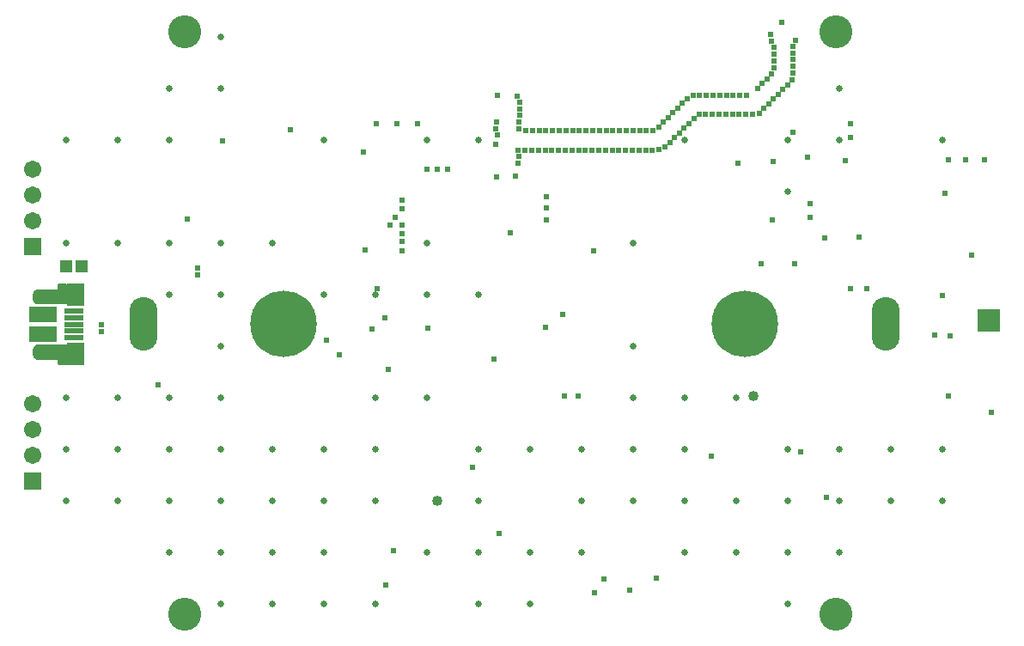
<source format=gbr>
%TF.GenerationSoftware,Altium Limited,Altium Designer,19.1.9 (167)*%
G04 Layer_Color=16711935*
%FSLAX26Y26*%
%MOIN*%
%TF.FileFunction,Soldermask,Bot*%
%TF.Part,Single*%
G01*
G75*
%TA.AperFunction,SMDPad,CuDef*%
%ADD77R,0.076898X0.023748*%
%ADD78R,0.106425X0.064102*%
%ADD79R,0.046000X0.045000*%
%TA.AperFunction,Conductor*%
%ADD80R,0.065480X0.086740*%
%TA.AperFunction,ComponentPad*%
%ADD81C,0.258000*%
%ADD82O,0.108000X0.208000*%
%ADD83R,0.088000X0.088000*%
%ADD84O,0.074929X0.055244*%
%ADD85O,0.063118X0.047370*%
%ADD86C,0.067055*%
%ADD87R,0.067055X0.067055*%
%TA.AperFunction,ViaPad*%
%ADD88C,0.128000*%
%ADD89C,0.026000*%
%ADD90C,0.024000*%
%ADD91C,0.040000*%
G36*
X198507Y1206281D02*
X199022Y1206179D01*
X199518Y1206011D01*
X199989Y1205779D01*
X200425Y1205487D01*
X200819Y1205142D01*
X201165Y1204747D01*
X201456Y1204311D01*
X201688Y1203841D01*
X201856Y1203345D01*
X201959Y1202830D01*
X201993Y1202307D01*
Y1130457D01*
X201959Y1129934D01*
X201856Y1129419D01*
X201688Y1128923D01*
X201456Y1128453D01*
X201165Y1128017D01*
X200819Y1127622D01*
X200425Y1127277D01*
X199989Y1126985D01*
X199518Y1126753D01*
X199022Y1126585D01*
X198507Y1126483D01*
X197984Y1126448D01*
X170425D01*
X169902Y1126483D01*
X169388Y1126585D01*
X168891Y1126753D01*
X168421Y1126985D01*
X167985Y1127277D01*
X167591Y1127622D01*
X167245Y1128017D01*
X166954Y1128453D01*
X166722Y1128923D01*
X166553Y1129419D01*
X166451Y1129934D01*
X166417Y1130457D01*
Y1147117D01*
X89716D01*
X89614Y1147124D01*
X89511Y1147123D01*
X87976Y1147201D01*
X87870Y1147214D01*
X87761Y1147218D01*
X86265Y1147376D01*
X86248Y1147379D01*
X86231Y1147379D01*
X85993Y1147422D01*
X85749Y1147465D01*
X85732Y1147470D01*
X85715Y1147473D01*
X85012Y1147648D01*
X84913Y1147680D01*
X84810Y1147704D01*
X84096Y1147922D01*
X84096Y1147922D01*
X82679Y1148355D01*
X82611Y1148381D01*
X82541Y1148400D01*
X82367Y1148474D01*
X82189Y1148541D01*
X82124Y1148576D01*
X82058Y1148604D01*
X80562Y1149352D01*
X80429Y1149429D01*
X80292Y1149500D01*
X78914Y1150326D01*
X78744Y1150444D01*
X78571Y1150557D01*
X77311Y1151502D01*
X77204Y1151594D01*
X77091Y1151679D01*
X75910Y1152703D01*
X75897Y1152716D01*
X75882Y1152727D01*
X75711Y1152900D01*
X75537Y1153072D01*
X75526Y1153086D01*
X75513Y1153100D01*
X74450Y1154320D01*
X74367Y1154428D01*
X74277Y1154532D01*
X73293Y1155831D01*
X73281Y1155849D01*
X73268Y1155864D01*
X73138Y1156066D01*
X73004Y1156269D01*
X72995Y1156288D01*
X72984Y1156305D01*
X72197Y1157723D01*
X72150Y1157821D01*
X72096Y1157916D01*
X71388Y1159372D01*
X71376Y1159400D01*
X71362Y1159426D01*
X71278Y1159641D01*
X71189Y1159858D01*
X71182Y1159887D01*
X71171Y1159915D01*
X70659Y1161529D01*
X70604Y1161751D01*
X70545Y1161978D01*
X70308Y1163199D01*
X70294Y1163312D01*
X70272Y1163424D01*
X70075Y1164880D01*
X70064Y1165041D01*
X70044Y1165201D01*
X69966Y1166658D01*
X69967Y1166766D01*
X69960Y1166874D01*
Y1186559D01*
X69966Y1186652D01*
X69964Y1186745D01*
X70043Y1188438D01*
X70067Y1188655D01*
X70087Y1188872D01*
X70343Y1190506D01*
X70389Y1190710D01*
X70429Y1190916D01*
X70842Y1192471D01*
X70911Y1192674D01*
X70975Y1192880D01*
X71566Y1194416D01*
X71668Y1194637D01*
X71767Y1194857D01*
X72436Y1196117D01*
X72476Y1196181D01*
X72510Y1196249D01*
X73218Y1197469D01*
X73352Y1197669D01*
X73484Y1197870D01*
X74449Y1199149D01*
X74460Y1199162D01*
X74469Y1199177D01*
X74631Y1199361D01*
X74791Y1199546D01*
X74804Y1199558D01*
X74815Y1199571D01*
X75858Y1200614D01*
X75914Y1200663D01*
X75965Y1200717D01*
X77068Y1201741D01*
X77078Y1201749D01*
X77088Y1201759D01*
X77283Y1201916D01*
X77474Y1202072D01*
X77486Y1202078D01*
X77497Y1202087D01*
X78678Y1202914D01*
X78763Y1202966D01*
X78843Y1203024D01*
X80221Y1203890D01*
X80242Y1203901D01*
X80262Y1203915D01*
X80472Y1204026D01*
X80682Y1204139D01*
X80705Y1204148D01*
X80726Y1204159D01*
X82144Y1204789D01*
X82256Y1204830D01*
X82364Y1204879D01*
X83624Y1205352D01*
X83763Y1205394D01*
X83900Y1205444D01*
X84570Y1205641D01*
X84678Y1205665D01*
X84783Y1205697D01*
X85452Y1205855D01*
X85519Y1205866D01*
X85584Y1205884D01*
X86372Y1206041D01*
X86389Y1206043D01*
X86407Y1206048D01*
X87234Y1206206D01*
X87258Y1206208D01*
X87281Y1206214D01*
X87517Y1206240D01*
X87754Y1206270D01*
X87778Y1206270D01*
X87802Y1206272D01*
X88668Y1206312D01*
X88760Y1206310D01*
X88850Y1206316D01*
X197984D01*
X198507Y1206281D01*
D02*
G37*
G36*
X198508Y1441517D02*
X199022Y1441415D01*
X199518Y1441247D01*
X199989Y1441015D01*
X200425Y1440723D01*
X200819Y1440378D01*
X201165Y1439983D01*
X201456Y1439547D01*
X201688Y1439077D01*
X201856Y1438581D01*
X201959Y1438066D01*
X201993Y1437543D01*
Y1365693D01*
X201959Y1365170D01*
X201856Y1364655D01*
X201688Y1364159D01*
X201456Y1363689D01*
X201165Y1363253D01*
X200819Y1362858D01*
X200425Y1362513D01*
X199989Y1362221D01*
X199518Y1361989D01*
X199022Y1361821D01*
X198508Y1361719D01*
X197984Y1361684D01*
X88850D01*
X88760Y1361690D01*
X88668Y1361688D01*
X87802Y1361728D01*
X87778Y1361730D01*
X87754Y1361730D01*
X87517Y1361760D01*
X87281Y1361786D01*
X87258Y1361792D01*
X87234Y1361794D01*
X86407Y1361952D01*
X86389Y1361957D01*
X86372Y1361959D01*
X85584Y1362116D01*
X85519Y1362134D01*
X85452Y1362145D01*
X84783Y1362303D01*
X84678Y1362335D01*
X84570Y1362359D01*
X83900Y1362556D01*
X83763Y1362606D01*
X83624Y1362648D01*
X82364Y1363121D01*
X82256Y1363170D01*
X82144Y1363211D01*
X80726Y1363841D01*
X80705Y1363852D01*
X80682Y1363861D01*
X80472Y1363974D01*
X80262Y1364085D01*
X80242Y1364099D01*
X80221Y1364110D01*
X78843Y1364976D01*
X78763Y1365034D01*
X78678Y1365086D01*
X77497Y1365913D01*
X77486Y1365922D01*
X77474Y1365928D01*
X77283Y1366084D01*
X77088Y1366241D01*
X77079Y1366251D01*
X77068Y1366259D01*
X75965Y1367283D01*
X75914Y1367337D01*
X75859Y1367386D01*
X74815Y1368429D01*
X74804Y1368442D01*
X74791Y1368454D01*
X74631Y1368639D01*
X74469Y1368823D01*
X74460Y1368838D01*
X74449Y1368851D01*
X73484Y1370130D01*
X73352Y1370331D01*
X73218Y1370531D01*
X72510Y1371751D01*
X72476Y1371819D01*
X72436Y1371883D01*
X71767Y1373143D01*
X71668Y1373363D01*
X71566Y1373584D01*
X70975Y1375120D01*
X70911Y1375326D01*
X70843Y1375529D01*
X70429Y1377084D01*
X70389Y1377290D01*
X70343Y1377494D01*
X70087Y1379128D01*
X70067Y1379345D01*
X70043Y1379562D01*
X69964Y1381255D01*
X69966Y1381348D01*
X69960Y1381441D01*
Y1401126D01*
X69967Y1401234D01*
X69966Y1401342D01*
X70044Y1402799D01*
X70064Y1402959D01*
X70075Y1403120D01*
X70272Y1404576D01*
X70294Y1404688D01*
X70309Y1404801D01*
X70545Y1406022D01*
X70605Y1406249D01*
X70659Y1406471D01*
X71171Y1408085D01*
X71182Y1408113D01*
X71189Y1408142D01*
X71278Y1408359D01*
X71362Y1408574D01*
X71376Y1408600D01*
X71388Y1408628D01*
X72096Y1410084D01*
X72150Y1410179D01*
X72197Y1410277D01*
X72984Y1411695D01*
X72995Y1411712D01*
X73004Y1411731D01*
X73138Y1411934D01*
X73268Y1412136D01*
X73282Y1412151D01*
X73293Y1412169D01*
X74277Y1413468D01*
X74367Y1413572D01*
X74450Y1413680D01*
X75513Y1414900D01*
X75526Y1414914D01*
X75537Y1414928D01*
X75711Y1415100D01*
X75882Y1415273D01*
X75897Y1415284D01*
X75910Y1415297D01*
X77091Y1416321D01*
X77204Y1416406D01*
X77311Y1416498D01*
X78571Y1417443D01*
X78744Y1417556D01*
X78914Y1417674D01*
X80292Y1418500D01*
X80429Y1418571D01*
X80562Y1418648D01*
X82058Y1419396D01*
X82124Y1419424D01*
X82189Y1419459D01*
X82367Y1419526D01*
X82541Y1419600D01*
X82611Y1419619D01*
X82679Y1419645D01*
X84096Y1420078D01*
X84096Y1420078D01*
X84810Y1420296D01*
X84913Y1420320D01*
X85012Y1420352D01*
X85715Y1420527D01*
X85732Y1420530D01*
X85749Y1420535D01*
X85993Y1420578D01*
X86231Y1420621D01*
X86248Y1420621D01*
X86265Y1420624D01*
X87761Y1420782D01*
X87870Y1420786D01*
X87976Y1420799D01*
X89511Y1420877D01*
X89614Y1420876D01*
X89717Y1420883D01*
X166417D01*
Y1437543D01*
X166451Y1438066D01*
X166553Y1438581D01*
X166722Y1439077D01*
X166954Y1439547D01*
X167245Y1439983D01*
X167591Y1440378D01*
X167985Y1440723D01*
X168421Y1441015D01*
X168891Y1441247D01*
X169388Y1441415D01*
X169902Y1441517D01*
X170425Y1441552D01*
X197984D01*
X198508Y1441517D01*
D02*
G37*
D77*
X228496Y1284000D02*
D03*
Y1258409D02*
D03*
Y1232819D02*
D03*
Y1309591D02*
D03*
Y1335181D02*
D03*
D78*
X107433Y1246106D02*
D03*
Y1321894D02*
D03*
D79*
X259000Y1510000D02*
D03*
X200000D02*
D03*
D80*
X236566Y1398173D02*
D03*
X236565Y1169828D02*
D03*
D81*
X2831685Y1286000D02*
D03*
X1042315D02*
D03*
D82*
X497039D02*
D03*
X3376961D02*
D03*
D83*
X3778000Y1298000D02*
D03*
D84*
X117276Y1391284D02*
D03*
Y1176716D02*
D03*
D85*
X236567Y1379472D02*
D03*
Y1188528D02*
D03*
D86*
X70000Y976000D02*
D03*
Y776000D02*
D03*
Y876000D02*
D03*
Y1787000D02*
D03*
Y1687000D02*
D03*
Y1887000D02*
D03*
D87*
Y676000D02*
D03*
Y1587000D02*
D03*
D88*
X659000Y2419000D02*
D03*
X3186000Y160000D02*
D03*
X659000D02*
D03*
X3186000Y2419000D02*
D03*
D89*
X3600000Y2000000D02*
D03*
Y800000D02*
D03*
Y600000D02*
D03*
X3400000Y800000D02*
D03*
Y600000D02*
D03*
X3200000Y2200000D02*
D03*
Y2000000D02*
D03*
Y800000D02*
D03*
Y600000D02*
D03*
Y400000D02*
D03*
X3000000Y2000000D02*
D03*
Y1800000D02*
D03*
Y800000D02*
D03*
Y600000D02*
D03*
Y400000D02*
D03*
Y200000D02*
D03*
X2800000Y1000000D02*
D03*
Y600000D02*
D03*
Y400000D02*
D03*
X2600000Y2000000D02*
D03*
Y1000000D02*
D03*
Y800000D02*
D03*
Y600000D02*
D03*
Y400000D02*
D03*
X2400000Y1600000D02*
D03*
Y1200000D02*
D03*
Y1000000D02*
D03*
Y800000D02*
D03*
Y600000D02*
D03*
X2200000Y800000D02*
D03*
Y600000D02*
D03*
Y400000D02*
D03*
X2000000Y800000D02*
D03*
Y400000D02*
D03*
Y200000D02*
D03*
X1800000Y2000000D02*
D03*
Y1400000D02*
D03*
Y800000D02*
D03*
Y600000D02*
D03*
Y400000D02*
D03*
Y200000D02*
D03*
X1600000Y2000000D02*
D03*
Y1600000D02*
D03*
Y1400000D02*
D03*
Y1000000D02*
D03*
Y400000D02*
D03*
X1400000Y1400000D02*
D03*
Y1000000D02*
D03*
Y800000D02*
D03*
Y600000D02*
D03*
Y200000D02*
D03*
X1200000Y2000000D02*
D03*
Y1400000D02*
D03*
Y800000D02*
D03*
Y600000D02*
D03*
Y400000D02*
D03*
Y200000D02*
D03*
X1000000Y1600000D02*
D03*
Y800000D02*
D03*
Y600000D02*
D03*
Y400000D02*
D03*
Y200000D02*
D03*
X800000Y2400000D02*
D03*
Y2200000D02*
D03*
Y1600000D02*
D03*
Y1400000D02*
D03*
Y1200000D02*
D03*
Y1000000D02*
D03*
Y800000D02*
D03*
Y600000D02*
D03*
Y400000D02*
D03*
Y200000D02*
D03*
X600000Y2200000D02*
D03*
Y2000000D02*
D03*
Y1600000D02*
D03*
Y1400000D02*
D03*
Y1000000D02*
D03*
Y800000D02*
D03*
Y600000D02*
D03*
Y400000D02*
D03*
X400000Y2000000D02*
D03*
Y1600000D02*
D03*
Y1000000D02*
D03*
Y800000D02*
D03*
Y600000D02*
D03*
X200000Y2000000D02*
D03*
Y1600000D02*
D03*
Y1000000D02*
D03*
Y800000D02*
D03*
Y600000D02*
D03*
D90*
X2975650Y2457872D02*
D03*
X2933073Y2408717D02*
D03*
X2933806Y2382727D02*
D03*
X2944092Y2358849D02*
D03*
Y2332849D02*
D03*
Y2306849D02*
D03*
Y2280849D02*
D03*
X2935958Y2256154D02*
D03*
X2917573Y2237769D02*
D03*
X2899188Y2219384D02*
D03*
X2880803Y2200999D02*
D03*
X2838725Y2171908D02*
D03*
X2812725D02*
D03*
X2786725D02*
D03*
X2760725D02*
D03*
X2734725D02*
D03*
X2708725D02*
D03*
X2682725D02*
D03*
X2656725D02*
D03*
X2630729Y2171482D02*
D03*
X2607355Y2160095D02*
D03*
X2588970Y2141710D02*
D03*
X2570586Y2123326D02*
D03*
X2552201Y2104941D02*
D03*
X2533816Y2086556D02*
D03*
X2515431Y2068171D02*
D03*
X2497046Y2049787D02*
D03*
X2475606Y2035080D02*
D03*
X2449606D02*
D03*
X2423606D02*
D03*
X2397606D02*
D03*
X2371606D02*
D03*
X2345606D02*
D03*
X2319606D02*
D03*
X2293606D02*
D03*
X2267606D02*
D03*
X2241606D02*
D03*
X2215606D02*
D03*
X2189606D02*
D03*
X2163606D02*
D03*
X2137606D02*
D03*
X2111606D02*
D03*
X2085606D02*
D03*
X2059606D02*
D03*
X2033606D02*
D03*
X2007606D02*
D03*
X1981606D02*
D03*
X1866325Y1984088D02*
D03*
X1869242Y1856420D02*
D03*
X1943058Y1859276D02*
D03*
X1953054Y1909278D02*
D03*
X1953742Y1935269D02*
D03*
X1953207Y1961263D02*
D03*
X1979207D02*
D03*
X2005207D02*
D03*
X2031207D02*
D03*
X2057207D02*
D03*
X2083207D02*
D03*
X2109207D02*
D03*
X2135207D02*
D03*
X2161207D02*
D03*
X2187207D02*
D03*
X2213207D02*
D03*
X2239207D02*
D03*
X2265207D02*
D03*
X2291207D02*
D03*
X2317207D02*
D03*
X2343207D02*
D03*
X2369207D02*
D03*
X2395207D02*
D03*
X2421207D02*
D03*
X2447207D02*
D03*
X2473207D02*
D03*
X2499207Y1961341D02*
D03*
X2523101Y1971594D02*
D03*
X2541558Y1989906D02*
D03*
X2559943Y2008291D02*
D03*
X2578327Y2026676D02*
D03*
X2596712Y2045061D02*
D03*
X2615097Y2063445D02*
D03*
X2633482Y2081830D02*
D03*
X2653769Y2098092D02*
D03*
X2679769D02*
D03*
X2705769D02*
D03*
X2731769D02*
D03*
X2757769D02*
D03*
X2783769D02*
D03*
X2809769D02*
D03*
X2835769D02*
D03*
X2861769D02*
D03*
X2887040Y2104202D02*
D03*
X2906091Y2121896D02*
D03*
X2924476Y2140280D02*
D03*
X2942861Y2158665D02*
D03*
X2961246Y2177050D02*
D03*
X2979630Y2195434D02*
D03*
X2998015Y2213819D02*
D03*
X3014566Y2233871D02*
D03*
X3017908Y2259655D02*
D03*
Y2285655D02*
D03*
Y2311655D02*
D03*
Y2337655D02*
D03*
Y2363655D02*
D03*
X3028792Y2387267D02*
D03*
X1873092Y2172193D02*
D03*
X1867433Y2069547D02*
D03*
X1866026Y2043585D02*
D03*
X1873456Y2018669D02*
D03*
X1955974Y2042955D02*
D03*
X1954822Y2068930D02*
D03*
X1957211Y2094820D02*
D03*
X1958742Y2120775D02*
D03*
X1957917Y2146762D02*
D03*
X1946908Y2170316D02*
D03*
X709000Y1502000D02*
D03*
Y1476000D02*
D03*
X2703000Y774000D02*
D03*
X336000Y1282000D02*
D03*
Y1256000D02*
D03*
X2385000Y254000D02*
D03*
X2248000Y242000D02*
D03*
X3628000Y1241000D02*
D03*
X3567000Y1242000D02*
D03*
X2185000Y1005000D02*
D03*
X2130269Y1007778D02*
D03*
X3623000Y1007000D02*
D03*
X3789000Y944000D02*
D03*
X1923000Y1641000D02*
D03*
X1476000Y1700000D02*
D03*
X1775000Y731000D02*
D03*
X3305000Y1423000D02*
D03*
X3598000Y1395000D02*
D03*
X3241000Y1423000D02*
D03*
X1404000D02*
D03*
X1447000Y1111000D02*
D03*
X3143000Y1620687D02*
D03*
X3024000Y1519000D02*
D03*
X1859000Y1151000D02*
D03*
X2059000Y1273000D02*
D03*
X2063000Y1735121D02*
D03*
X1502000Y1732000D02*
D03*
Y1767000D02*
D03*
X2063000Y1689000D02*
D03*
X3622000Y1923000D02*
D03*
X3761000D02*
D03*
X3690000D02*
D03*
X3017000Y2028000D02*
D03*
X2941000Y1915000D02*
D03*
X2806000Y1909000D02*
D03*
X2896000Y1520000D02*
D03*
X2125000Y1324000D02*
D03*
X3242000Y2062000D02*
D03*
X1258000Y1167000D02*
D03*
X1209000Y1224000D02*
D03*
X1386331Y1265046D02*
D03*
X1439176Y273125D02*
D03*
X2063000Y1781243D02*
D03*
X2940000Y1691000D02*
D03*
X3084000Y1701000D02*
D03*
Y1754000D02*
D03*
X3222000Y1919000D02*
D03*
X554000Y1050000D02*
D03*
X1360000Y1574000D02*
D03*
X1353000Y1952000D02*
D03*
X1599000Y1886000D02*
D03*
X1482000Y2063000D02*
D03*
X1402000D02*
D03*
X1880000Y472000D02*
D03*
X3074000Y1934000D02*
D03*
X3713000Y1554000D02*
D03*
X3047000Y791000D02*
D03*
X1561000Y2063000D02*
D03*
X1679000Y1886000D02*
D03*
X1638000D02*
D03*
X3275000Y1624000D02*
D03*
X2245000Y1571000D02*
D03*
X669000Y1694000D02*
D03*
X1502000Y1605000D02*
D03*
Y1571000D02*
D03*
X1069000Y2039000D02*
D03*
X1502000Y1636000D02*
D03*
Y1670000D02*
D03*
X1455000D02*
D03*
X1435000Y1308000D02*
D03*
X3149000Y613000D02*
D03*
X3610000Y1792000D02*
D03*
X3241000Y2009000D02*
D03*
X805000Y1996000D02*
D03*
X1603000Y1271000D02*
D03*
X1468000Y405000D02*
D03*
X2490000Y298000D02*
D03*
X2286000Y295000D02*
D03*
D91*
X2864000Y1007000D02*
D03*
X1638000Y598000D02*
D03*
%TF.MD5,8671cc17cd0675407ae9ae66a70c95c9*%
M02*

</source>
